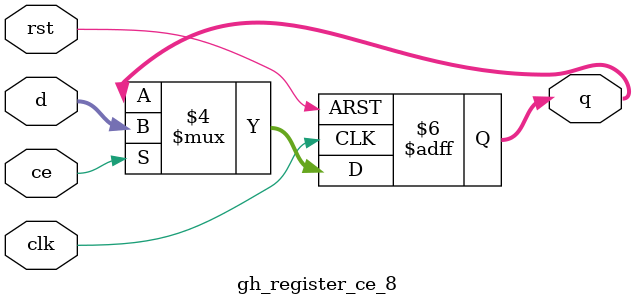
<source format=sv>
module gh_register_ce_8 (
  input logic clk,
  input logic rst,
  input logic ce, // clock enable
  input logic [8-1:0] d,
  output logic [8-1:0] q
);

  always_ff @(posedge clk or posedge rst) begin
    if (rst == 1'b1) q <= 0;
    else begin
      if (ce == 1'b1) q <= d;
    end;
  end;
endmodule : gh_register_ce_8

</source>
